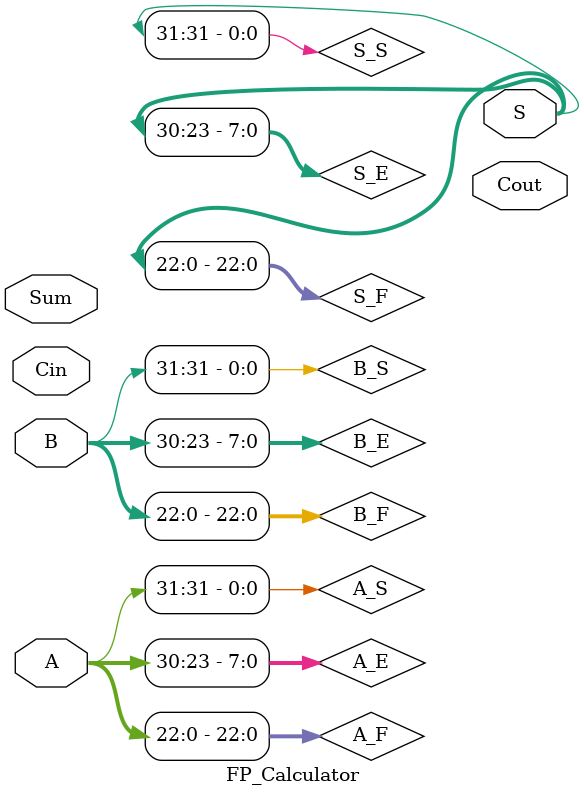
<source format=v>
`timescale 1ns / 1ps
module FP_Calculator(
    input [31:0] A,B,
    input Cin,Sum,
    output [31:0] S,
    output Cout
    );
wire [22:0] A_F,	B_F,	S_F;
wire [7:0] A_E,	B_E,	S_E;
wire A_S,	B_S,	S_S;
assign A_F=A[22:0];
assign B_F=B[22:0];
assign S[22:0]=S_F;
assign A_E=A[30:23];
assign B_E=B[30:23];
assign S[30:23]=S_E;
assign A_S=A[31];
assign B_S=B[31];
assign S[31]=S_S;

wire [1:0] x;

Comparator C1(.A(A_E),	.B(B_E), .Out(x));

endmodule

</source>
